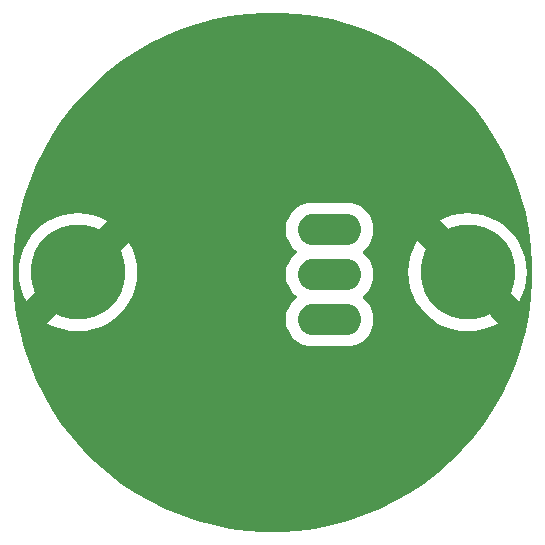
<source format=gbl>
G04*
G04 #@! TF.GenerationSoftware,Altium Limited,Altium Designer,20.1.8 (145)*
G04*
G04 Layer_Physical_Order=2*
G04 Layer_Color=16711680*
%FSTAX43Y43*%
%MOMM*%
G71*
G04*
G04 #@! TF.SameCoordinates,50862E5C-5C1C-4336-863E-61652BE41A98*
G04*
G04*
G04 #@! TF.FilePolarity,Positive*
G04*
G01*
G75*
%ADD14C,2.500*%
%ADD15C,2.200*%
%ADD16C,8.000*%
G36*
X0097157Y0096897D02*
X0098584Y0096709D01*
X0099996Y0096428D01*
X0101387Y0096055D01*
X010275Y0095593D01*
X0104081Y0095042D01*
X0105372Y0094405D01*
X0106619Y0093685D01*
X0107816Y0092885D01*
X0108958Y0092008D01*
X0110041Y0091059D01*
X0111059Y0090041D01*
X0112008Y0088958D01*
X0112885Y0087816D01*
X0113685Y0086619D01*
X0114405Y0085372D01*
X0115042Y0084081D01*
X0115593Y008275D01*
X0116055Y0081387D01*
X0116428Y0079996D01*
X0116709Y0078584D01*
X0116897Y0077157D01*
X0116991Y007572D01*
Y0075D01*
Y007428D01*
X0116897Y0072843D01*
X0116709Y0071416D01*
X0116428Y0070004D01*
X0116055Y0068613D01*
X0115593Y0067249D01*
X0115042Y0065919D01*
X0114405Y0064628D01*
X0113685Y0063381D01*
X0112885Y0062184D01*
X0112008Y0061042D01*
X0111059Y0059959D01*
X0110041Y0058941D01*
X0108958Y0057992D01*
X0107816Y0057115D01*
X0106619Y0056315D01*
X0105372Y0055595D01*
X0104081Y0054958D01*
X010275Y0054407D01*
X0101387Y0053945D01*
X0099996Y0053572D01*
X0098584Y0053291D01*
X0097157Y0053103D01*
X009572Y0053009D01*
X009428D01*
X0092843Y0053103D01*
X0091416Y0053291D01*
X0090004Y0053572D01*
X0088613Y0053945D01*
X008725Y0054407D01*
X0085919Y0054958D01*
X0084628Y0055595D01*
X0083381Y0056315D01*
X0082184Y0057115D01*
X0081042Y0057992D01*
X0079959Y0058941D01*
X0078941Y0059959D01*
X0077992Y0061042D01*
X0077115Y0062184D01*
X0076315Y0063381D01*
X0075595Y0064628D01*
X0074958Y0065919D01*
X0074407Y0067249D01*
X0073945Y0068613D01*
X0073572Y0070004D01*
X0073291Y0071416D01*
X0073103Y0072843D01*
X0073009Y007428D01*
Y0075D01*
Y007572D01*
X0073103Y0077157D01*
X0073291Y0078584D01*
X0073572Y0079996D01*
X0073945Y0081387D01*
X0074407Y008275D01*
X0074958Y0084081D01*
X0075595Y0085372D01*
X0076315Y0086619D01*
X0077115Y0087816D01*
X0077992Y0088958D01*
X0078941Y0090041D01*
X0079959Y0091059D01*
X0081042Y0092008D01*
X0082184Y0092885D01*
X0083381Y0093685D01*
X0084628Y0094405D01*
X0085919Y0095042D01*
X008725Y0095593D01*
X0088613Y0096055D01*
X0090004Y0096428D01*
X0091416Y0096709D01*
X0092843Y0096897D01*
X009428Y0096991D01*
X009572D01*
X0097157Y0096897D01*
D02*
G37*
%LPC*%
G36*
X01115Y0080011D02*
X0110846Y0079968D01*
X0110203Y007984D01*
X0109582Y0079629D01*
X0108995Y0079339D01*
X010845Y0078975D01*
X0107957Y0078543D01*
X0107525Y007805D01*
X0107161Y0077505D01*
X0106871Y0076918D01*
X010666Y0076297D01*
X0106532Y0075654D01*
X0106489Y0075D01*
X0106532Y0074346D01*
X010666Y0073703D01*
X0106871Y0073082D01*
X0107161Y0072495D01*
X0107525Y007195D01*
X0107957Y0071457D01*
X010845Y0071025D01*
X0108995Y0070661D01*
X0109582Y0070371D01*
X0110203Y007016D01*
X0110846Y0070032D01*
X01115Y0069989D01*
X0112154Y0070032D01*
X0112797Y007016D01*
X0113418Y0070371D01*
X0114005Y0070661D01*
X011455Y0071025D01*
X0115043Y0071457D01*
X0115475Y007195D01*
X0115839Y0072495D01*
X0116129Y0073082D01*
X011634Y0073703D01*
X0116468Y0074346D01*
X0116511Y0075D01*
X0116468Y0075654D01*
X011634Y0076297D01*
X0116129Y0076918D01*
X0115839Y0077505D01*
X0115475Y007805D01*
X0115043Y0078543D01*
X011455Y0078975D01*
X0114005Y0079339D01*
X0113418Y0079629D01*
X0112797Y007984D01*
X0112154Y0079968D01*
X01115Y0080011D01*
D02*
G37*
G36*
X00785D02*
X0077846Y0079968D01*
X0077203Y007984D01*
X0076582Y0079629D01*
X0075995Y0079339D01*
X007545Y0078975D01*
X0074957Y0078543D01*
X0074525Y007805D01*
X0074161Y0077505D01*
X0073871Y0076918D01*
X007366Y0076297D01*
X0073532Y0075654D01*
X0073489Y0075D01*
X0073532Y0074346D01*
X007366Y0073703D01*
X0073871Y0073082D01*
X0074161Y0072495D01*
X0074525Y007195D01*
X0074957Y0071457D01*
X007545Y0071025D01*
X0075995Y0070661D01*
X0076582Y0070371D01*
X0077203Y007016D01*
X0077846Y0070032D01*
X00785Y0069989D01*
X0079154Y0070032D01*
X0079797Y007016D01*
X0080418Y0070371D01*
X0081005Y0070661D01*
X008155Y0071025D01*
X0082043Y0071457D01*
X0082475Y007195D01*
X0082839Y0072495D01*
X0083129Y0073082D01*
X008334Y0073703D01*
X0083468Y0074346D01*
X0083511Y0075D01*
X0083468Y0075654D01*
X008334Y0076297D01*
X0083129Y0076918D01*
X0082839Y0077505D01*
X0082475Y007805D01*
X0082043Y0078543D01*
X008155Y0078975D01*
X0081005Y0079339D01*
X0080418Y0079629D01*
X0079797Y007984D01*
X0079154Y0079968D01*
X00785Y0080011D01*
D02*
G37*
G36*
X0101398Y0080903D02*
X0098232D01*
X0097971Y0080869D01*
X0097647Y0080782D01*
X0097404Y0080681D01*
X0097113Y0080514D01*
X0096904Y0080353D01*
X0096667Y0080116D01*
X0096506Y0079907D01*
X0096339Y0079616D01*
X0096339Y0079616D01*
X0096238Y0079373D01*
X0096151Y0079049D01*
X0096117Y0078788D01*
Y0078452D01*
X0096151Y0078191D01*
X0096238Y0077867D01*
X0096339Y0077624D01*
X0096506Y0077333D01*
X0096667Y0077124D01*
X0096904Y0076887D01*
X0097024Y0076795D01*
Y0076635D01*
X0096904Y0076543D01*
X0096667Y0076306D01*
X0096506Y0076097D01*
X0096339Y0075806D01*
X0096339Y0075806D01*
X0096238Y0075563D01*
X0096151Y0075239D01*
X0096117Y0074978D01*
Y0074642D01*
X0096151Y0074381D01*
X0096238Y0074057D01*
X0096339Y0073814D01*
X0096506Y0073523D01*
X0096667Y0073314D01*
X0096904Y0073077D01*
X0097024Y0072985D01*
Y0072825D01*
X0096904Y0072733D01*
X0096667Y0072496D01*
X0096506Y0072287D01*
X0096339Y0071996D01*
X0096339Y0071996D01*
X0096238Y0071753D01*
X0096151Y0071429D01*
X0096117Y0071168D01*
Y0070832D01*
X0096151Y0070571D01*
X0096238Y0070247D01*
X0096339Y0070004D01*
X0096506Y0069713D01*
X0096667Y0069504D01*
X0096904Y0069267D01*
X0097113Y0069106D01*
X0097404Y0068939D01*
X0097404Y0068939D01*
X0097647Y0068838D01*
X0097971Y0068751D01*
X0098232Y0068717D01*
X0101398D01*
X0101659Y0068751D01*
X0101983Y0068838D01*
X0102226Y0068939D01*
X0102517Y0069106D01*
X0102726Y0069267D01*
X0102963Y0069504D01*
X0103123Y0069713D01*
X0103291Y0070004D01*
X0103392Y0070247D01*
X0103479Y0070571D01*
X0103513Y0070832D01*
Y0071168D01*
X0103479Y0071429D01*
X0103392Y0071753D01*
X0103291Y0071996D01*
X0103123Y0072287D01*
X0102963Y0072496D01*
X0102726Y0072733D01*
X0102606Y0072825D01*
Y0072985D01*
X0102726Y0073077D01*
X0102963Y0073314D01*
X0103123Y0073523D01*
X0103291Y0073814D01*
X0103392Y0074057D01*
X0103479Y0074381D01*
X0103513Y0074642D01*
Y0074978D01*
X0103479Y0075239D01*
X0103392Y0075563D01*
X0103291Y0075806D01*
X0103123Y0076097D01*
X0102963Y0076306D01*
X0102726Y0076543D01*
X0102606Y0076635D01*
Y0076795D01*
X0102726Y0076887D01*
X0102963Y0077124D01*
X0103123Y0077333D01*
X0103291Y0077624D01*
X0103392Y0077867D01*
X0103479Y0078191D01*
X0103513Y0078452D01*
Y0078788D01*
X0103479Y0079049D01*
X0103392Y0079373D01*
X0103291Y0079616D01*
X0103123Y0079907D01*
X0102963Y0080116D01*
X0102726Y0080353D01*
X0102517Y0080514D01*
X0102226Y0080681D01*
X0101983Y0080782D01*
X0101659Y0080869D01*
X0101398Y0080903D01*
D02*
G37*
%LPD*%
G36*
X0101722Y0079808D02*
X0102013Y007964D01*
X010225Y0079403D01*
X0102418Y0079112D01*
X0102505Y0078788D01*
Y0078452D01*
X0102418Y0078128D01*
X010225Y0077837D01*
X0102013Y00776D01*
X0101722Y0077432D01*
X0101398Y0077345D01*
X0098232D01*
X0097908Y0077432D01*
X0097617Y00776D01*
X009738Y0077837D01*
X0097212Y0078128D01*
X0097125Y0078452D01*
Y0078788D01*
X0097212Y0079112D01*
X009738Y0079403D01*
X0097617Y007964D01*
X0097908Y0079808D01*
X0098232Y0079895D01*
X0101398D01*
X0101722Y0079808D01*
D02*
G37*
G36*
Y0075998D02*
X0102013Y007583D01*
X010225Y0075593D01*
X0102418Y0075302D01*
X0102505Y0074978D01*
Y0074642D01*
X0102418Y0074318D01*
X010225Y0074027D01*
X0102013Y007379D01*
X0101722Y0073622D01*
X0101398Y0073535D01*
X0098232D01*
X0097908Y0073622D01*
X0097617Y007379D01*
X009738Y0074027D01*
X0097212Y0074318D01*
X0097125Y0074642D01*
Y0074978D01*
X0097212Y0075302D01*
X009738Y0075593D01*
X0097617Y007583D01*
X0097908Y0075998D01*
X0098232Y0076085D01*
X0101398D01*
X0101722Y0075998D01*
D02*
G37*
G36*
Y0072188D02*
X0102013Y007202D01*
X010225Y0071783D01*
X0102418Y0071492D01*
X0102505Y0071168D01*
Y0070832D01*
X0102418Y0070508D01*
X010225Y0070217D01*
X0102013Y006998D01*
X0101722Y0069812D01*
X0101398Y0069725D01*
X0098232D01*
X0097908Y0069812D01*
X0097617Y006998D01*
X009738Y0070217D01*
X0097212Y0070508D01*
X0097125Y0070832D01*
Y0071168D01*
X0097212Y0071492D01*
X009738Y0071783D01*
X0097617Y007202D01*
X0097908Y0072188D01*
X0098232Y0072275D01*
X0101398D01*
X0101722Y0072188D01*
D02*
G37*
D14*
X0108049Y0078635D02*
X0111592Y0075092D01*
Y0075D02*
X0115176Y0071416D01*
X0074824D02*
X0078408Y0075D01*
X00785D01*
X0082043Y0078543D01*
D15*
X00984Y007862D02*
D03*
Y007481D02*
D03*
Y0071D02*
D03*
D16*
X01115Y0075D02*
D03*
X00785D02*
D03*
M02*

</source>
